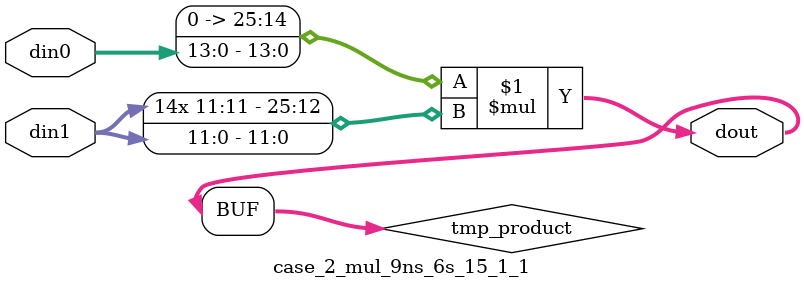
<source format=v>

`timescale 1 ns / 1 ps

 (* use_dsp = "no" *)  module case_2_mul_9ns_6s_15_1_1(din0, din1, dout);
parameter ID = 1;
parameter NUM_STAGE = 0;
parameter din0_WIDTH = 14;
parameter din1_WIDTH = 12;
parameter dout_WIDTH = 26;

input [din0_WIDTH - 1 : 0] din0; 
input [din1_WIDTH - 1 : 0] din1; 
output [dout_WIDTH - 1 : 0] dout;

wire signed [dout_WIDTH - 1 : 0] tmp_product;

























assign tmp_product = $signed({1'b0, din0}) * $signed(din1);










assign dout = tmp_product;





















endmodule

</source>
